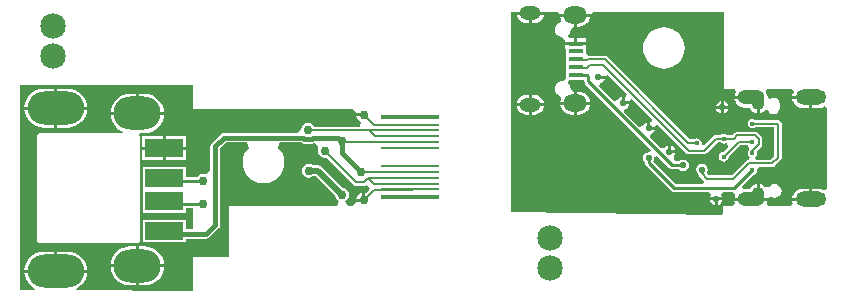
<source format=gbl>
G04 Layer_Physical_Order=2*
G04 Layer_Color=16711680*
%FSLAX25Y25*%
%MOIN*%
G70*
G01*
G75*
%ADD12C,0.00800*%
%ADD13C,0.02000*%
%ADD14C,0.01000*%
%ADD15R,0.19685X0.00787*%
%ADD16O,0.07874X0.05709*%
%ADD17O,0.07087X0.04528*%
%ADD18C,0.08500*%
%ADD19O,0.04331X0.06000*%
%ADD20O,0.09055X0.04724*%
%ADD21O,0.10236X0.05118*%
%ADD22C,0.01500*%
%ADD23C,0.02200*%
%ADD24C,0.01700*%
%ADD25O,0.15748X0.11024*%
%ADD26O,0.18898X0.11024*%
%ADD27C,0.03000*%
%ADD28R,0.05118X0.01772*%
%ADD29R,0.12795X0.05906*%
%ADD30R,0.19685X0.01575*%
%ADD31C,0.01500*%
%ADD32C,0.02500*%
G36*
X277327Y133123D02*
Y108858D01*
Y108558D01*
X281029D01*
X281522Y107558D01*
X281351Y107335D01*
X281012Y106517D01*
X280962Y106139D01*
X286453D01*
Y105139D01*
X280962D01*
X281012Y104762D01*
X281351Y103944D01*
X281890Y103241D01*
X282592Y102702D01*
X283410Y102364D01*
X284287Y102248D01*
X285970D01*
X286062Y102027D01*
X286569Y101366D01*
X287230Y100859D01*
X288000Y100540D01*
X288327Y100497D01*
Y104458D01*
X289327D01*
Y100497D01*
X289653Y100540D01*
X290423Y100859D01*
X291084Y101366D01*
X291158Y101462D01*
X291903Y101376D01*
X292260Y101255D01*
X292640Y100685D01*
X293297Y100247D01*
X294071Y100093D01*
X294845Y100247D01*
X295501Y100685D01*
X295940Y101341D01*
X296094Y102116D01*
Y103494D01*
X295940Y104268D01*
X295501Y104924D01*
X294845Y105363D01*
X294071Y105517D01*
X293297Y105363D01*
X293020Y105178D01*
X292690Y105216D01*
X292420Y105327D01*
X292009Y105642D01*
X291894Y106517D01*
X291555Y107335D01*
X291384Y107558D01*
X291877Y108558D01*
X300269D01*
X300762Y107558D01*
X300667Y107434D01*
X300308Y106569D01*
X300252Y106139D01*
X306335D01*
Y105639D01*
X306835D01*
Y102050D01*
X308894D01*
X309823Y102172D01*
X310689Y102531D01*
X310827Y102637D01*
X311827Y102143D01*
Y75120D01*
X310827Y74626D01*
X310689Y74732D01*
X309823Y75091D01*
X308894Y75213D01*
X306835D01*
Y71624D01*
X306335D01*
Y71124D01*
X300252D01*
X300308Y70695D01*
X300447Y70358D01*
X299831Y69358D01*
X292292D01*
X291733Y70358D01*
X291894Y70746D01*
X291944Y71124D01*
X286453D01*
X280962D01*
X281012Y70746D01*
X281172Y70358D01*
X280614Y69358D01*
X277227D01*
Y67170D01*
X276515Y66467D01*
X206327Y67358D01*
Y134158D01*
X207865D01*
X207904Y134114D01*
Y134114D01*
X212913D01*
X217923D01*
Y134114D01*
X217962Y134158D01*
X222044D01*
X222601Y133524D01*
X227874D01*
X233147D01*
X233704Y134158D01*
X277327D01*
Y133123D01*
D02*
G37*
%LPC*%
G36*
X217419Y102602D02*
X213413D01*
Y99810D01*
X214193D01*
X215045Y99923D01*
X215839Y100251D01*
X216521Y100775D01*
X217044Y101456D01*
X217373Y102250D01*
X217419Y102602D01*
D02*
G37*
G36*
X212413D02*
X208408D01*
X208454Y102250D01*
X208783Y101456D01*
X209306Y100775D01*
X209988Y100251D01*
X210782Y99923D01*
X211634Y99810D01*
X212413D01*
Y102602D01*
D02*
G37*
G36*
X276327Y101858D02*
X274785D01*
X274849Y101539D01*
X275313Y100844D01*
X276007Y100380D01*
X276327Y100317D01*
Y101858D01*
D02*
G37*
G36*
X305835Y105139D02*
X300252D01*
X300308Y104710D01*
X300667Y103844D01*
X301237Y103101D01*
X301981Y102531D01*
X302847Y102172D01*
X303776Y102050D01*
X305835D01*
Y105139D01*
D02*
G37*
G36*
X278869Y101858D02*
X277327D01*
Y100317D01*
X277646Y100380D01*
X278341Y100844D01*
X278805Y101539D01*
X278869Y101858D01*
D02*
G37*
G36*
X232779Y103193D02*
X228374D01*
Y99805D01*
X228957D01*
X229963Y99938D01*
X230901Y100326D01*
X231706Y100944D01*
X232324Y101749D01*
X232712Y102687D01*
X232779Y103193D01*
D02*
G37*
G36*
X276869Y71358D02*
X275327D01*
Y69817D01*
X275646Y69880D01*
X276341Y70344D01*
X276805Y71039D01*
X276869Y71358D01*
D02*
G37*
G36*
X274327D02*
X272785D01*
X272849Y71039D01*
X273313Y70344D01*
X274007Y69880D01*
X274327Y69817D01*
Y71358D01*
D02*
G37*
G36*
X305835Y75213D02*
X303776D01*
X302847Y75091D01*
X301981Y74732D01*
X301237Y74162D01*
X300667Y73418D01*
X300308Y72553D01*
X300252Y72124D01*
X305835D01*
Y75213D01*
D02*
G37*
G36*
X227374Y103193D02*
X222970D01*
X223036Y102687D01*
X223425Y101749D01*
X224042Y100944D01*
X224848Y100326D01*
X225785Y99938D01*
X226791Y99805D01*
X227374D01*
Y103193D01*
D02*
G37*
G36*
X231630Y122976D02*
X228071D01*
X224512D01*
Y121591D01*
X224712D01*
Y116673D01*
Y111948D01*
X224697Y111903D01*
X223904Y111091D01*
X223740Y111113D01*
X223068Y111024D01*
X222442Y110765D01*
X221904Y110352D01*
X221491Y109814D01*
X221232Y109188D01*
X221143Y108516D01*
X221232Y107844D01*
X221491Y107217D01*
X221904Y106679D01*
X222442Y106267D01*
X222617Y106194D01*
X223079Y105875D01*
X223155Y104987D01*
X223036Y104699D01*
X222970Y104193D01*
X227374D01*
Y107580D01*
X227173D01*
X227160Y107584D01*
X226470Y108242D01*
X226338Y108514D01*
X226335Y108529D01*
X226249Y109188D01*
X225989Y109814D01*
X225577Y110352D01*
X225313Y110554D01*
X225653Y111554D01*
X230901D01*
Y110958D01*
X231002Y110451D01*
X231290Y110021D01*
X253162Y88149D01*
X252669Y87227D01*
X252327Y87296D01*
X251586Y87148D01*
X250957Y86728D01*
X250537Y86100D01*
X250390Y85358D01*
X250537Y84617D01*
X250957Y83988D01*
X251001Y83959D01*
Y83858D01*
X251102Y83351D01*
X251390Y82921D01*
X259890Y74421D01*
X260320Y74134D01*
X260827Y74033D01*
X272638D01*
X273086Y73033D01*
X272849Y72678D01*
X272785Y72358D01*
X276869D01*
X276805Y72678D01*
X276568Y73033D01*
X277015Y74033D01*
X280638D01*
X280966Y73704D01*
X281121Y73460D01*
X281251Y73078D01*
X281012Y72501D01*
X280962Y72124D01*
X286453D01*
X292020D01*
Y72145D01*
X293020Y72590D01*
X293437Y72311D01*
X294327Y72134D01*
X295216Y72311D01*
X295970Y72815D01*
X296474Y73569D01*
X296651Y74458D01*
X296474Y75348D01*
X295970Y76102D01*
X295216Y76606D01*
X294327Y76783D01*
X293437Y76606D01*
X292683Y76102D01*
X292412Y75696D01*
X291361Y75596D01*
X291255Y75628D01*
X291084Y75850D01*
X290423Y76358D01*
X289653Y76677D01*
X289327Y76720D01*
Y72758D01*
X288327D01*
Y76720D01*
X288000Y76677D01*
X287230Y76358D01*
X286569Y75850D01*
X286062Y75189D01*
X285990Y75015D01*
X284287D01*
X283809Y74952D01*
X283342Y75899D01*
X287294Y79851D01*
X287532Y79898D01*
X288044Y80241D01*
X288387Y80753D01*
X288507Y81358D01*
X288492Y81435D01*
X289183Y82435D01*
X293527D01*
X293995Y82528D01*
X294392Y82793D01*
X296292Y84693D01*
X296557Y85090D01*
X296650Y85558D01*
Y96858D01*
X296557Y97326D01*
X296292Y97723D01*
X295895Y97989D01*
X295427Y98082D01*
X287886D01*
X287532Y98318D01*
X286927Y98439D01*
X286322Y98318D01*
X285809Y97976D01*
X285467Y97463D01*
X285346Y96858D01*
X285467Y96254D01*
X285809Y95741D01*
X286322Y95398D01*
X286927Y95278D01*
X287532Y95398D01*
X287886Y95635D01*
X294203D01*
Y86065D01*
X293020Y84882D01*
X288110D01*
X287806Y85882D01*
X288044Y86041D01*
X288387Y86554D01*
X288507Y87158D01*
X288423Y87583D01*
X289942Y89103D01*
X290207Y89499D01*
X290300Y89968D01*
Y91749D01*
X290207Y92217D01*
X289942Y92614D01*
X288683Y93873D01*
X288286Y94139D01*
X287817Y94232D01*
X281931D01*
X281463Y94139D01*
X281066Y93873D01*
X280274Y93082D01*
X278466D01*
X277971Y93413D01*
X277327Y93541D01*
X276683Y93413D01*
X276188Y93082D01*
X274827D01*
X274359Y92989D01*
X273962Y92723D01*
X270888Y89649D01*
X269966Y90142D01*
X270009Y90358D01*
X269881Y91002D01*
X269516Y91548D01*
X268971Y91913D01*
X268327Y92041D01*
X267683Y91913D01*
X267462Y91765D01*
X266017D01*
X238658Y119123D01*
X238261Y119389D01*
X237793Y119482D01*
X232211D01*
X231430Y120291D01*
Y121591D01*
X231630D01*
Y122976D01*
D02*
G37*
G36*
X276327Y104400D02*
X276007Y104336D01*
X275313Y103872D01*
X274849Y103178D01*
X274785Y102858D01*
X276327D01*
Y104400D01*
D02*
G37*
G36*
X231630Y125362D02*
X228571D01*
Y123976D01*
X231630D01*
Y125362D01*
D02*
G37*
G36*
X227374Y132524D02*
X222970D01*
X223036Y132018D01*
X223155Y131729D01*
X223079Y130842D01*
X222617Y130523D01*
X222442Y130450D01*
X221904Y130037D01*
X221491Y129499D01*
X221232Y128873D01*
X221143Y128201D01*
X221232Y127529D01*
X221491Y126902D01*
X221904Y126364D01*
X222442Y125952D01*
X223068Y125692D01*
X223619Y125620D01*
X223762Y125578D01*
X224512Y124697D01*
Y123976D01*
X227571D01*
Y125362D01*
X225913D01*
X225574Y126362D01*
X225577Y126364D01*
X225989Y126902D01*
X226249Y127529D01*
X226335Y128187D01*
X226338Y128202D01*
X226470Y128474D01*
X227160Y129132D01*
X227173Y129136D01*
X227374D01*
Y132524D01*
D02*
G37*
G36*
X232779D02*
X228374D01*
Y129136D01*
X228957D01*
X229963Y129269D01*
X230901Y129657D01*
X231706Y130275D01*
X232324Y131080D01*
X232712Y132018D01*
X232779Y132524D01*
D02*
G37*
G36*
X217419Y133114D02*
X213413D01*
Y130322D01*
X214193D01*
X215045Y130434D01*
X215839Y130763D01*
X216521Y131286D01*
X217044Y131968D01*
X217373Y132762D01*
X217419Y133114D01*
D02*
G37*
G36*
X212413D02*
X208408D01*
X208454Y132762D01*
X208783Y131968D01*
X209306Y131286D01*
X209988Y130763D01*
X210782Y130434D01*
X211634Y130322D01*
X212413D01*
Y133114D01*
D02*
G37*
G36*
X257427Y128997D02*
X256073Y128864D01*
X254771Y128469D01*
X253572Y127828D01*
X252520Y126965D01*
X251657Y125913D01*
X251016Y124714D01*
X250621Y123412D01*
X250488Y122058D01*
X250621Y120705D01*
X251016Y119403D01*
X251657Y118203D01*
X252520Y117152D01*
X253572Y116289D01*
X254771Y115648D01*
X256073Y115253D01*
X257427Y115119D01*
X258781Y115253D01*
X260082Y115648D01*
X261282Y116289D01*
X262333Y117152D01*
X263196Y118203D01*
X263838Y119403D01*
X264232Y120705D01*
X264366Y122058D01*
X264232Y123412D01*
X263838Y124714D01*
X263196Y125913D01*
X262333Y126965D01*
X261282Y127828D01*
X260082Y128469D01*
X258781Y128864D01*
X257427Y128997D01*
D02*
G37*
G36*
X214193Y106394D02*
X213413D01*
Y103602D01*
X217419D01*
X217373Y103954D01*
X217044Y104748D01*
X216521Y105430D01*
X215839Y105953D01*
X215045Y106282D01*
X214193Y106394D01*
D02*
G37*
G36*
X212413D02*
X211634D01*
X210782Y106282D01*
X209988Y105953D01*
X209306Y105430D01*
X208783Y104748D01*
X208454Y103954D01*
X208408Y103602D01*
X212413D01*
Y106394D01*
D02*
G37*
G36*
X277327Y104400D02*
Y102858D01*
X278869D01*
X278805Y103178D01*
X278341Y103872D01*
X277646Y104336D01*
X277327Y104400D01*
D02*
G37*
G36*
X228957Y107580D02*
X228374D01*
Y104193D01*
X232779D01*
X232712Y104699D01*
X232324Y105637D01*
X231706Y106442D01*
X230901Y107060D01*
X229963Y107448D01*
X228957Y107580D01*
D02*
G37*
%LPD*%
G36*
X245084Y106691D02*
X244846Y106227D01*
X244494Y105867D01*
X244327Y105900D01*
Y104358D01*
X245868D01*
X245835Y104526D01*
X246195Y104877D01*
X246660Y105115D01*
X253584Y98191D01*
X253346Y97727D01*
X252994Y97367D01*
X252827Y97400D01*
Y95858D01*
X254368D01*
X254335Y96026D01*
X254695Y96377D01*
X255160Y96615D01*
X264782Y86993D01*
X265179Y86728D01*
X265647Y86635D01*
X270827D01*
X271295Y86728D01*
X271692Y86993D01*
X275334Y90635D01*
X276188D01*
X276683Y90304D01*
X277327Y90176D01*
X277971Y90304D01*
X278142Y90419D01*
X278631Y90307D01*
X278947Y89209D01*
X277267Y87529D01*
X276683Y87413D01*
X276137Y87048D01*
X275773Y86502D01*
X275644Y85858D01*
X275773Y85215D01*
X276137Y84669D01*
X276683Y84304D01*
X277327Y84176D01*
X277971Y84304D01*
X278516Y84669D01*
X278881Y85215D01*
X278997Y85798D01*
X282834Y89635D01*
X285342D01*
X285961Y88784D01*
X285959Y88529D01*
X285796Y88286D01*
X285788Y88244D01*
X285467Y87763D01*
X285346Y87158D01*
X285467Y86554D01*
X285809Y86041D01*
X286047Y85882D01*
X285862Y85040D01*
X285763Y84869D01*
X285359Y84789D01*
X284962Y84523D01*
X280120Y79682D01*
X272434D01*
X271669Y80446D01*
X271917Y80817D01*
X272064Y81558D01*
X271917Y82300D01*
X271497Y82928D01*
X270868Y83348D01*
X270127Y83495D01*
X269386Y83348D01*
X268757Y82928D01*
X268337Y82300D01*
X268190Y81558D01*
X268337Y80817D01*
X268757Y80189D01*
X268942Y80065D01*
X268996Y79790D01*
X269262Y79393D01*
X270971Y77684D01*
X270922Y77305D01*
X270623Y76684D01*
X261376D01*
X253847Y84213D01*
X254117Y84617D01*
X254264Y85358D01*
X254196Y85700D01*
X255118Y86193D01*
X259290Y82021D01*
X259720Y81734D01*
X260227Y81633D01*
X262527D01*
X262557Y81589D01*
X263186Y81169D01*
X263927Y81021D01*
X264668Y81169D01*
X265297Y81589D01*
X265717Y82217D01*
X265864Y82958D01*
X265717Y83700D01*
X265297Y84328D01*
X264668Y84748D01*
X263927Y84895D01*
X263186Y84748D01*
X262557Y84328D01*
X262527Y84284D01*
X261318D01*
X260731Y84941D01*
X260741Y85944D01*
X261205Y86639D01*
X261268Y86958D01*
X259227D01*
Y87458D01*
X258727D01*
Y89500D01*
X258407Y89436D01*
X257713Y88972D01*
X257628Y88846D01*
X256385Y88674D01*
X252773Y92286D01*
X253102Y93371D01*
X253146Y93380D01*
X253841Y93844D01*
X254305Y94539D01*
X254368Y94858D01*
X252327D01*
Y95358D01*
X251827D01*
Y97400D01*
X251507Y97336D01*
X250813Y96872D01*
X250349Y96178D01*
X250340Y96134D01*
X249255Y95805D01*
X244273Y100786D01*
X244602Y101871D01*
X244646Y101880D01*
X245341Y102344D01*
X245805Y103039D01*
X245868Y103358D01*
X243827D01*
Y103858D01*
X243327D01*
Y105900D01*
X243007Y105836D01*
X242313Y105372D01*
X241849Y104678D01*
X241840Y104634D01*
X240755Y104305D01*
X235823Y109237D01*
X236152Y110322D01*
X236446Y110380D01*
X237141Y110844D01*
X237605Y111539D01*
X237668Y111858D01*
X235627D01*
Y112858D01*
X238097D01*
X238631Y113144D01*
X245084Y106691D01*
D02*
G37*
%LPC*%
G36*
X259727Y89500D02*
Y87958D01*
X261268D01*
X261205Y88278D01*
X260741Y88972D01*
X260046Y89436D01*
X259727Y89500D01*
D02*
G37*
%LPD*%
G36*
X100399Y101870D02*
X153655D01*
X153951Y101647D01*
X154755Y100370D01*
X157370D01*
Y99370D01*
X154921D01*
X155015Y98895D01*
X155568Y98068D01*
X156395Y97515D01*
X156177Y95825D01*
X140998D01*
X140528Y96528D01*
X139768Y97037D01*
X138870Y97215D01*
X137973Y97037D01*
X137212Y96528D01*
X136704Y95767D01*
X136525Y94870D01*
X135014Y93751D01*
X110770D01*
X110165Y93630D01*
X109653Y93288D01*
X106753Y90388D01*
X106410Y89875D01*
X106290Y89270D01*
Y80959D01*
X104750Y80002D01*
X104590Y79997D01*
X103807Y80152D01*
X102910Y79974D01*
X102149Y79465D01*
X101927Y79133D01*
X98068D01*
Y82560D01*
X83672D01*
Y75054D01*
X83672D01*
Y74686D01*
X83672D01*
Y67180D01*
X98068D01*
Y68608D01*
X100520D01*
X100544Y62025D01*
X100191Y61671D01*
X98068D01*
Y64843D01*
X83672D01*
Y57338D01*
X98068D01*
Y58510D01*
X104791D01*
X105395Y58631D01*
X105908Y58973D01*
X108988Y62053D01*
X109330Y62565D01*
X109450Y63170D01*
Y88616D01*
X111425Y90590D01*
X118471D01*
X119079Y88890D01*
X119063Y88877D01*
X118201Y87825D01*
X117559Y86625D01*
X117165Y85324D01*
X117031Y83970D01*
X117165Y82616D01*
X117559Y81315D01*
X118201Y80115D01*
X119063Y79063D01*
X120115Y78201D01*
X121315Y77559D01*
X122616Y77165D01*
X123970Y77031D01*
X125324Y77165D01*
X126626Y77559D01*
X127825Y78201D01*
X128877Y79063D01*
X129740Y80115D01*
X130381Y81315D01*
X130776Y82616D01*
X130909Y83970D01*
X130776Y85324D01*
X130381Y86625D01*
X129740Y87825D01*
X128877Y88877D01*
X128861Y88890D01*
X129469Y90590D01*
X136658D01*
X137002Y90360D01*
X137607Y90240D01*
X140133D01*
X140738Y90360D01*
X142098Y89283D01*
X142285Y88890D01*
X142203Y88767D01*
X142025Y87870D01*
X142203Y86973D01*
X142712Y86212D01*
X143473Y85703D01*
X144370Y85525D01*
X144883Y85627D01*
X154005Y76505D01*
X154402Y76240D01*
X154870Y76147D01*
X157370D01*
X157838Y76240D01*
X158235Y76505D01*
X159436Y75302D01*
X158978Y74708D01*
X158053Y73783D01*
X157870Y73820D01*
Y71370D01*
X157370D01*
Y70870D01*
X154755D01*
X153951Y69593D01*
X153655Y69370D01*
X151996D01*
X151148Y70945D01*
X151167Y71070D01*
X151828Y71512D01*
X152337Y72273D01*
X152515Y73170D01*
X152337Y74067D01*
X151828Y74828D01*
X151067Y75337D01*
X150483Y75453D01*
X143468Y82468D01*
X142872Y82866D01*
X142170Y83005D01*
X140463D01*
X139968Y83337D01*
X139070Y83515D01*
X138173Y83337D01*
X137412Y82828D01*
X136904Y82068D01*
X136725Y81170D01*
X136904Y80273D01*
X137412Y79512D01*
X138173Y79004D01*
X139070Y78825D01*
X139968Y79004D01*
X140463Y79335D01*
X141410D01*
X147887Y72857D01*
X148003Y72273D01*
X148512Y71512D01*
X149173Y71070D01*
X149192Y70945D01*
X148345Y69370D01*
X112370D01*
Y53870D01*
Y52370D01*
X100579D01*
X100619Y41474D01*
X100266Y41120D01*
X99120D01*
X61533Y41287D01*
X61409Y41788D01*
X62301Y42264D01*
X63292Y43078D01*
X64106Y44069D01*
X64711Y45201D01*
X65083Y46428D01*
X65159Y47205D01*
X54728D01*
X44297D01*
X44374Y46428D01*
X44746Y45201D01*
X45351Y44069D01*
X46165Y43078D01*
X47156Y42264D01*
X47935Y41848D01*
X47809Y41348D01*
X42870Y41370D01*
Y109870D01*
X100370D01*
X100399Y101870D01*
D02*
G37*
%LPC*%
G36*
X81933Y100264D02*
D01*
Y99764D01*
X73077D01*
X73153Y98987D01*
X73526Y97760D01*
X74130Y96628D01*
X74944Y95637D01*
X75936Y94823D01*
X77067Y94218D01*
X77175Y94186D01*
X77101Y93686D01*
X49370D01*
X49058Y93624D01*
X48793Y93447D01*
X48616Y93182D01*
X48554Y92870D01*
Y92370D01*
Y57870D01*
X48616Y57558D01*
X48793Y57293D01*
X49058Y57117D01*
X49370Y57054D01*
X81870D01*
X82182Y57117D01*
X82447Y57293D01*
X82624Y57558D01*
X82686Y57870D01*
Y92870D01*
X82624Y93182D01*
X82598Y93221D01*
X82865Y93721D01*
X84295D01*
X85572Y93846D01*
X86799Y94218D01*
X87931Y94823D01*
X88922Y95637D01*
X89736Y96628D01*
X90341Y97760D01*
X90713Y98987D01*
X90789Y99764D01*
X81933D01*
Y100264D01*
D02*
G37*
G36*
X84295Y56020D02*
X82433D01*
Y49976D01*
X90789D01*
X90713Y50753D01*
X90341Y51980D01*
X89736Y53112D01*
X88922Y54103D01*
X87931Y54917D01*
X86799Y55522D01*
X85572Y55894D01*
X84295Y56020D01*
D02*
G37*
G36*
X90370Y88150D02*
X83472D01*
Y84697D01*
X90370D01*
Y88150D01*
D02*
G37*
G36*
X156870Y73820D02*
X156395Y73725D01*
X155568Y73172D01*
X155015Y72346D01*
X154921Y71870D01*
X156870D01*
Y73820D01*
D02*
G37*
G36*
X81433Y56020D02*
X79571D01*
X78294Y55894D01*
X77067Y55522D01*
X75936Y54917D01*
X74944Y54103D01*
X74130Y53112D01*
X73526Y51980D01*
X73153Y50753D01*
X73077Y49976D01*
X81433D01*
Y56020D01*
D02*
G37*
G36*
X54228Y54248D02*
X50791D01*
X49515Y54122D01*
X48287Y53750D01*
X47156Y53145D01*
X46165Y52332D01*
X45351Y51340D01*
X44746Y50209D01*
X44374Y48981D01*
X44297Y48205D01*
X54228D01*
Y54248D01*
D02*
G37*
G36*
X90789Y48976D02*
X82433D01*
Y42933D01*
X84295D01*
X85572Y43059D01*
X86799Y43431D01*
X87931Y44036D01*
X88922Y44850D01*
X89736Y45841D01*
X90341Y46972D01*
X90713Y48200D01*
X90789Y48976D01*
D02*
G37*
G36*
X81433D02*
X73077D01*
X73153Y48200D01*
X73526Y46972D01*
X74130Y45841D01*
X74944Y44850D01*
X75936Y44036D01*
X77067Y43431D01*
X78294Y43059D01*
X79571Y42933D01*
X81433D01*
Y48976D01*
D02*
G37*
G36*
X58665Y54248D02*
X55228D01*
Y48205D01*
X65159D01*
X65083Y48981D01*
X64711Y50209D01*
X64106Y51340D01*
X63292Y52332D01*
X62301Y53145D01*
X61169Y53750D01*
X59942Y54122D01*
X58665Y54248D01*
D02*
G37*
G36*
X84295Y106807D02*
X82433D01*
Y100764D01*
X90789D01*
X90713Y101540D01*
X90341Y102768D01*
X89736Y103899D01*
X88922Y104891D01*
X87931Y105704D01*
X86799Y106309D01*
X85572Y106681D01*
X84295Y106807D01*
D02*
G37*
G36*
X81433D02*
X79571D01*
X78294Y106681D01*
X77067Y106309D01*
X75936Y105704D01*
X74944Y104891D01*
X74130Y103899D01*
X73526Y102768D01*
X73153Y101540D01*
X73077Y100764D01*
X81433D01*
Y106807D01*
D02*
G37*
G36*
X58665Y108579D02*
X55228D01*
Y102535D01*
X65159D01*
X65083Y103312D01*
X64711Y104540D01*
X64106Y105671D01*
X63292Y106662D01*
X62301Y107476D01*
X61169Y108081D01*
X59942Y108453D01*
X58665Y108579D01*
D02*
G37*
G36*
X54228D02*
X50791D01*
X49515Y108453D01*
X48287Y108081D01*
X47156Y107476D01*
X46165Y106662D01*
X45351Y105671D01*
X44746Y104540D01*
X44374Y103312D01*
X44297Y102535D01*
X54228D01*
Y108579D01*
D02*
G37*
G36*
X65159Y101535D02*
X55228D01*
Y95492D01*
X58665D01*
X59942Y95618D01*
X61169Y95990D01*
X62301Y96595D01*
X63292Y97409D01*
X64106Y98400D01*
X64711Y99531D01*
X65083Y100759D01*
X65159Y101535D01*
D02*
G37*
G36*
X90370Y92602D02*
X83472D01*
Y89150D01*
X90370D01*
Y92602D01*
D02*
G37*
G36*
X98268Y88150D02*
X91370D01*
Y84697D01*
X98268D01*
Y88150D01*
D02*
G37*
G36*
X54228Y101535D02*
X44297D01*
X44374Y100759D01*
X44746Y99531D01*
X45351Y98400D01*
X46165Y97409D01*
X47156Y96595D01*
X48287Y95990D01*
X49515Y95618D01*
X50791Y95492D01*
X54228D01*
Y101535D01*
D02*
G37*
G36*
X98268Y92602D02*
X91370D01*
Y89150D01*
X98268D01*
Y92602D01*
D02*
G37*
%LPD*%
D12*
X286927Y87158D02*
Y87818D01*
X270127Y80258D02*
Y81558D01*
Y80258D02*
X271927Y78458D01*
X280627D01*
X285827Y83658D01*
X293527D01*
X295427Y85558D01*
Y96858D01*
X286927D02*
X295427D01*
X277327Y91858D02*
X280781D01*
X281931Y93008D01*
X287817D01*
X289077Y91749D01*
Y89968D02*
Y91749D01*
X286927Y87818D02*
X289077Y89968D01*
X277327Y85858D02*
X282327Y90858D01*
X286927D01*
X235327Y112358D02*
X235627D01*
X265510Y90541D02*
X268144D01*
X268327Y90358D01*
X274827Y91858D02*
X277327D01*
X270827Y87858D02*
X274827Y91858D01*
X265647Y87858D02*
X270827D01*
X237793Y118258D02*
X265510Y90541D01*
X232211Y118258D02*
X237793D01*
X231911Y117958D02*
X232211Y118258D01*
X228471Y117958D02*
X231911D01*
X228071Y118358D02*
X228471Y117958D01*
X237047Y116458D02*
X265647Y87858D01*
X232957Y116458D02*
X237047D01*
X231898Y115399D02*
X232957Y116458D01*
X228471Y115399D02*
X231898D01*
X228071Y115799D02*
X228471Y115399D01*
X148870Y92170D02*
X150376Y90665D01*
X154870Y77370D02*
X157370D01*
X144370Y87870D02*
X154870Y77370D01*
X150376Y90665D02*
X173370D01*
X158887Y78854D02*
X160855Y76885D01*
X158870Y78870D02*
X158887Y78854D01*
X160855Y76885D02*
X172970D01*
X157370Y77370D02*
X158870Y78870D01*
X158887Y78854D02*
X172970D01*
X139139Y94602D02*
X159170D01*
X172970D02*
X173370D01*
X159170D02*
X172970D01*
Y92633D02*
X173370D01*
X159170Y94602D02*
X161139Y92633D01*
X172970D01*
X138870Y94870D02*
X139139Y94602D01*
X157370Y99870D02*
X160670Y96570D01*
X173370D01*
X157370Y71370D02*
X160870Y74870D01*
X173324D01*
X173370Y74917D01*
X157022Y80822D02*
X173370D01*
D13*
X142170Y81170D02*
X150170Y73170D01*
X139070Y81170D02*
X142170D01*
X80933Y100264D02*
X81327Y99870D01*
X80933Y49476D02*
X84327Y52870D01*
D14*
X280927Y75358D02*
X286927Y81358D01*
X260827Y75358D02*
X280927D01*
X228071Y113240D02*
X231845D01*
X232227Y112858D01*
Y110958D02*
Y112858D01*
Y110958D02*
X260227Y82958D01*
X263927D01*
X252327Y83858D02*
X260827Y75358D01*
X252327Y83858D02*
Y85358D01*
X89970Y77807D02*
X103807D01*
X89970Y69933D02*
X103807D01*
D15*
X172670Y74917D02*
D03*
Y76885D02*
D03*
Y78854D02*
D03*
Y80822D02*
D03*
Y82791D02*
D03*
Y88696D02*
D03*
Y90665D02*
D03*
Y92633D02*
D03*
Y94602D02*
D03*
Y96570D02*
D03*
D16*
X227874Y133024D02*
D03*
Y103693D02*
D03*
D17*
X212913Y103102D02*
D03*
Y133614D02*
D03*
D18*
X219627Y48658D02*
D03*
Y58658D02*
D03*
X53970Y119270D02*
D03*
Y129270D02*
D03*
D19*
X288827Y72758D02*
D03*
Y104458D02*
D03*
D20*
X286453Y71624D02*
D03*
X286453Y105639D02*
D03*
D21*
X306335Y71624D02*
D03*
Y105639D02*
D03*
D22*
X286927Y87158D02*
D03*
Y90858D02*
D03*
Y81358D02*
D03*
Y96858D02*
D03*
D23*
X270127Y81558D02*
D03*
X235627Y112358D02*
D03*
X263927Y82958D02*
D03*
X259227Y87458D02*
D03*
X243827Y103858D02*
D03*
X252327Y95358D02*
D03*
X274827Y71858D02*
D03*
X276827Y102358D02*
D03*
X252327Y85358D02*
D03*
D24*
X277327Y85858D02*
D03*
X268327Y90358D02*
D03*
X277327Y91858D02*
D03*
D25*
X81933Y100264D02*
D03*
Y49476D02*
D03*
D26*
X54728Y47705D02*
D03*
Y102035D02*
D03*
D27*
X150170Y73170D02*
D03*
X139070Y81170D02*
D03*
X150070Y90970D02*
D03*
X138870Y94870D02*
D03*
X157370Y99870D02*
D03*
Y71370D02*
D03*
X144370Y87870D02*
D03*
X156318Y80822D02*
D03*
X103807Y77807D02*
D03*
Y69933D02*
D03*
D28*
X228071Y118358D02*
D03*
Y115799D02*
D03*
Y113240D02*
D03*
Y120917D02*
D03*
Y123476D02*
D03*
D29*
X90870Y61090D02*
D03*
Y70933D02*
D03*
Y78807D02*
D03*
Y88650D02*
D03*
D30*
X172670Y98932D02*
D03*
Y72553D02*
D03*
D31*
X140483Y92170D02*
X148870D01*
X140133Y91820D02*
X140483Y92170D01*
X137607Y91820D02*
X140133D01*
X137257Y92170D02*
X137607Y91820D01*
X110770Y92170D02*
X137257D01*
X107870Y89270D02*
X110770Y92170D01*
X150070Y87070D02*
Y90970D01*
Y87070D02*
X156318Y80822D01*
X107870Y63170D02*
Y89270D01*
X104791Y60091D02*
X107870Y63170D01*
X89970Y60091D02*
X104791D01*
D32*
X79261Y46705D02*
X81033Y48476D01*
M02*

</source>
